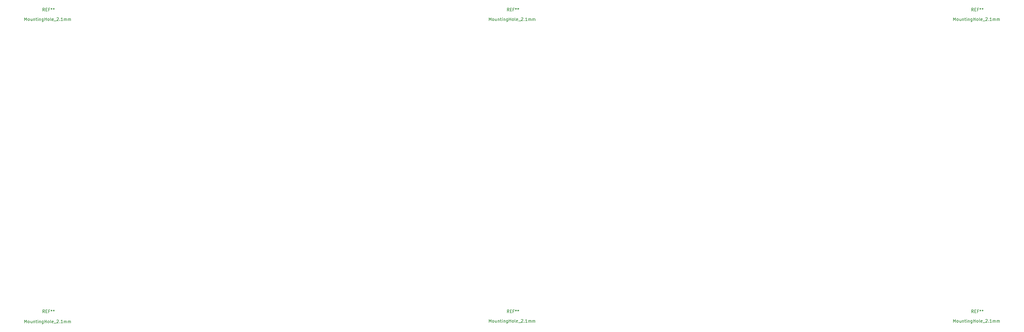
<source format=gbr>
G04 #@! TF.GenerationSoftware,KiCad,Pcbnew,(5.1.5)-3*
G04 #@! TF.CreationDate,2020-03-18T20:23:38-05:00*
G04 #@! TF.ProjectId,Advanced-PCB,41647661-6e63-4656-942d-5043422e6b69,rev?*
G04 #@! TF.SameCoordinates,Original*
G04 #@! TF.FileFunction,Other,Fab,Top*
%FSLAX46Y46*%
G04 Gerber Fmt 4.6, Leading zero omitted, Abs format (unit mm)*
G04 Created by KiCad (PCBNEW (5.1.5)-3) date 2020-03-18 20:23:38*
%MOMM*%
%LPD*%
G04 APERTURE LIST*
%ADD10C,0.150000*%
G04 APERTURE END LIST*
D10*
X5184883Y-149033940D02*
X5184883Y-148033940D01*
X5518217Y-148748226D01*
X5851550Y-148033940D01*
X5851550Y-149033940D01*
X6470598Y-149033940D02*
X6375359Y-148986321D01*
X6327740Y-148938702D01*
X6280121Y-148843464D01*
X6280121Y-148557750D01*
X6327740Y-148462512D01*
X6375359Y-148414893D01*
X6470598Y-148367274D01*
X6613455Y-148367274D01*
X6708693Y-148414893D01*
X6756312Y-148462512D01*
X6803931Y-148557750D01*
X6803931Y-148843464D01*
X6756312Y-148938702D01*
X6708693Y-148986321D01*
X6613455Y-149033940D01*
X6470598Y-149033940D01*
X7661074Y-148367274D02*
X7661074Y-149033940D01*
X7232502Y-148367274D02*
X7232502Y-148891083D01*
X7280121Y-148986321D01*
X7375359Y-149033940D01*
X7518217Y-149033940D01*
X7613455Y-148986321D01*
X7661074Y-148938702D01*
X8137264Y-148367274D02*
X8137264Y-149033940D01*
X8137264Y-148462512D02*
X8184883Y-148414893D01*
X8280121Y-148367274D01*
X8422979Y-148367274D01*
X8518217Y-148414893D01*
X8565836Y-148510131D01*
X8565836Y-149033940D01*
X8899169Y-148367274D02*
X9280121Y-148367274D01*
X9042026Y-148033940D02*
X9042026Y-148891083D01*
X9089645Y-148986321D01*
X9184883Y-149033940D01*
X9280121Y-149033940D01*
X9613455Y-149033940D02*
X9613455Y-148367274D01*
X9613455Y-148033940D02*
X9565836Y-148081560D01*
X9613455Y-148129179D01*
X9661074Y-148081560D01*
X9613455Y-148033940D01*
X9613455Y-148129179D01*
X10089645Y-148367274D02*
X10089645Y-149033940D01*
X10089645Y-148462512D02*
X10137264Y-148414893D01*
X10232502Y-148367274D01*
X10375359Y-148367274D01*
X10470598Y-148414893D01*
X10518217Y-148510131D01*
X10518217Y-149033940D01*
X11422979Y-148367274D02*
X11422979Y-149176798D01*
X11375359Y-149272036D01*
X11327740Y-149319655D01*
X11232502Y-149367274D01*
X11089645Y-149367274D01*
X10994407Y-149319655D01*
X11422979Y-148986321D02*
X11327740Y-149033940D01*
X11137264Y-149033940D01*
X11042026Y-148986321D01*
X10994407Y-148938702D01*
X10946788Y-148843464D01*
X10946788Y-148557750D01*
X10994407Y-148462512D01*
X11042026Y-148414893D01*
X11137264Y-148367274D01*
X11327740Y-148367274D01*
X11422979Y-148414893D01*
X11899169Y-149033940D02*
X11899169Y-148033940D01*
X11899169Y-148510131D02*
X12470598Y-148510131D01*
X12470598Y-149033940D02*
X12470598Y-148033940D01*
X13089645Y-149033940D02*
X12994407Y-148986321D01*
X12946788Y-148938702D01*
X12899169Y-148843464D01*
X12899169Y-148557750D01*
X12946788Y-148462512D01*
X12994407Y-148414893D01*
X13089645Y-148367274D01*
X13232502Y-148367274D01*
X13327740Y-148414893D01*
X13375359Y-148462512D01*
X13422979Y-148557750D01*
X13422979Y-148843464D01*
X13375359Y-148938702D01*
X13327740Y-148986321D01*
X13232502Y-149033940D01*
X13089645Y-149033940D01*
X13994407Y-149033940D02*
X13899169Y-148986321D01*
X13851550Y-148891083D01*
X13851550Y-148033940D01*
X14756312Y-148986321D02*
X14661074Y-149033940D01*
X14470598Y-149033940D01*
X14375359Y-148986321D01*
X14327740Y-148891083D01*
X14327740Y-148510131D01*
X14375359Y-148414893D01*
X14470598Y-148367274D01*
X14661074Y-148367274D01*
X14756312Y-148414893D01*
X14803931Y-148510131D01*
X14803931Y-148605369D01*
X14327740Y-148700607D01*
X14994407Y-149129179D02*
X15756312Y-149129179D01*
X15946788Y-148129179D02*
X15994407Y-148081560D01*
X16089645Y-148033940D01*
X16327740Y-148033940D01*
X16422979Y-148081560D01*
X16470598Y-148129179D01*
X16518217Y-148224417D01*
X16518217Y-148319655D01*
X16470598Y-148462512D01*
X15899169Y-149033940D01*
X16518217Y-149033940D01*
X16946788Y-148938702D02*
X16994407Y-148986321D01*
X16946788Y-149033940D01*
X16899169Y-148986321D01*
X16946788Y-148938702D01*
X16946788Y-149033940D01*
X17946788Y-149033940D02*
X17375359Y-149033940D01*
X17661074Y-149033940D02*
X17661074Y-148033940D01*
X17565836Y-148176798D01*
X17470598Y-148272036D01*
X17375359Y-148319655D01*
X18375359Y-149033940D02*
X18375359Y-148367274D01*
X18375359Y-148462512D02*
X18422979Y-148414893D01*
X18518217Y-148367274D01*
X18661074Y-148367274D01*
X18756312Y-148414893D01*
X18803931Y-148510131D01*
X18803931Y-149033940D01*
X18803931Y-148510131D02*
X18851550Y-148414893D01*
X18946788Y-148367274D01*
X19089645Y-148367274D01*
X19184883Y-148414893D01*
X19232502Y-148510131D01*
X19232502Y-149033940D01*
X19708693Y-149033940D02*
X19708693Y-148367274D01*
X19708693Y-148462512D02*
X19756312Y-148414893D01*
X19851550Y-148367274D01*
X19994407Y-148367274D01*
X20089645Y-148414893D01*
X20137264Y-148510131D01*
X20137264Y-149033940D01*
X20137264Y-148510131D02*
X20184883Y-148414893D01*
X20280121Y-148367274D01*
X20422979Y-148367274D01*
X20518217Y-148414893D01*
X20565836Y-148510131D01*
X20565836Y-149033940D01*
X11859646Y-145639120D02*
X11526313Y-145162930D01*
X11288218Y-145639120D02*
X11288218Y-144639120D01*
X11669170Y-144639120D01*
X11764408Y-144686740D01*
X11812027Y-144734359D01*
X11859646Y-144829597D01*
X11859646Y-144972454D01*
X11812027Y-145067692D01*
X11764408Y-145115311D01*
X11669170Y-145162930D01*
X11288218Y-145162930D01*
X12288218Y-145115311D02*
X12621551Y-145115311D01*
X12764408Y-145639120D02*
X12288218Y-145639120D01*
X12288218Y-144639120D01*
X12764408Y-144639120D01*
X13526313Y-145115311D02*
X13192980Y-145115311D01*
X13192980Y-145639120D02*
X13192980Y-144639120D01*
X13669170Y-144639120D01*
X14192980Y-144639120D02*
X14192980Y-144877216D01*
X13954884Y-144781978D02*
X14192980Y-144877216D01*
X14431075Y-144781978D01*
X14050122Y-145067692D02*
X14192980Y-144877216D01*
X14335837Y-145067692D01*
X14954884Y-144639120D02*
X14954884Y-144877216D01*
X14716789Y-144781978D02*
X14954884Y-144877216D01*
X15192980Y-144781978D01*
X14812027Y-145067692D02*
X14954884Y-144877216D01*
X15097741Y-145067692D01*
X160602243Y-47597260D02*
X160602243Y-46597260D01*
X160935577Y-47311546D01*
X161268910Y-46597260D01*
X161268910Y-47597260D01*
X161887958Y-47597260D02*
X161792720Y-47549641D01*
X161745100Y-47502022D01*
X161697481Y-47406784D01*
X161697481Y-47121070D01*
X161745100Y-47025832D01*
X161792720Y-46978213D01*
X161887958Y-46930594D01*
X162030815Y-46930594D01*
X162126053Y-46978213D01*
X162173672Y-47025832D01*
X162221291Y-47121070D01*
X162221291Y-47406784D01*
X162173672Y-47502022D01*
X162126053Y-47549641D01*
X162030815Y-47597260D01*
X161887958Y-47597260D01*
X163078434Y-46930594D02*
X163078434Y-47597260D01*
X162649862Y-46930594D02*
X162649862Y-47454403D01*
X162697481Y-47549641D01*
X162792720Y-47597260D01*
X162935577Y-47597260D01*
X163030815Y-47549641D01*
X163078434Y-47502022D01*
X163554624Y-46930594D02*
X163554624Y-47597260D01*
X163554624Y-47025832D02*
X163602243Y-46978213D01*
X163697481Y-46930594D01*
X163840339Y-46930594D01*
X163935577Y-46978213D01*
X163983196Y-47073451D01*
X163983196Y-47597260D01*
X164316529Y-46930594D02*
X164697481Y-46930594D01*
X164459386Y-46597260D02*
X164459386Y-47454403D01*
X164507005Y-47549641D01*
X164602243Y-47597260D01*
X164697481Y-47597260D01*
X165030815Y-47597260D02*
X165030815Y-46930594D01*
X165030815Y-46597260D02*
X164983196Y-46644880D01*
X165030815Y-46692499D01*
X165078434Y-46644880D01*
X165030815Y-46597260D01*
X165030815Y-46692499D01*
X165507005Y-46930594D02*
X165507005Y-47597260D01*
X165507005Y-47025832D02*
X165554624Y-46978213D01*
X165649862Y-46930594D01*
X165792720Y-46930594D01*
X165887958Y-46978213D01*
X165935577Y-47073451D01*
X165935577Y-47597260D01*
X166840339Y-46930594D02*
X166840339Y-47740118D01*
X166792720Y-47835356D01*
X166745100Y-47882975D01*
X166649862Y-47930594D01*
X166507005Y-47930594D01*
X166411767Y-47882975D01*
X166840339Y-47549641D02*
X166745100Y-47597260D01*
X166554624Y-47597260D01*
X166459386Y-47549641D01*
X166411767Y-47502022D01*
X166364148Y-47406784D01*
X166364148Y-47121070D01*
X166411767Y-47025832D01*
X166459386Y-46978213D01*
X166554624Y-46930594D01*
X166745100Y-46930594D01*
X166840339Y-46978213D01*
X167316529Y-47597260D02*
X167316529Y-46597260D01*
X167316529Y-47073451D02*
X167887958Y-47073451D01*
X167887958Y-47597260D02*
X167887958Y-46597260D01*
X168507005Y-47597260D02*
X168411767Y-47549641D01*
X168364148Y-47502022D01*
X168316529Y-47406784D01*
X168316529Y-47121070D01*
X168364148Y-47025832D01*
X168411767Y-46978213D01*
X168507005Y-46930594D01*
X168649862Y-46930594D01*
X168745100Y-46978213D01*
X168792720Y-47025832D01*
X168840339Y-47121070D01*
X168840339Y-47406784D01*
X168792720Y-47502022D01*
X168745100Y-47549641D01*
X168649862Y-47597260D01*
X168507005Y-47597260D01*
X169411767Y-47597260D02*
X169316529Y-47549641D01*
X169268910Y-47454403D01*
X169268910Y-46597260D01*
X170173672Y-47549641D02*
X170078434Y-47597260D01*
X169887958Y-47597260D01*
X169792720Y-47549641D01*
X169745100Y-47454403D01*
X169745100Y-47073451D01*
X169792720Y-46978213D01*
X169887958Y-46930594D01*
X170078434Y-46930594D01*
X170173672Y-46978213D01*
X170221291Y-47073451D01*
X170221291Y-47168689D01*
X169745100Y-47263927D01*
X170411767Y-47692499D02*
X171173672Y-47692499D01*
X171364148Y-46692499D02*
X171411767Y-46644880D01*
X171507005Y-46597260D01*
X171745100Y-46597260D01*
X171840339Y-46644880D01*
X171887958Y-46692499D01*
X171935577Y-46787737D01*
X171935577Y-46882975D01*
X171887958Y-47025832D01*
X171316529Y-47597260D01*
X171935577Y-47597260D01*
X172364148Y-47502022D02*
X172411767Y-47549641D01*
X172364148Y-47597260D01*
X172316529Y-47549641D01*
X172364148Y-47502022D01*
X172364148Y-47597260D01*
X173364148Y-47597260D02*
X172792720Y-47597260D01*
X173078434Y-47597260D02*
X173078434Y-46597260D01*
X172983196Y-46740118D01*
X172887958Y-46835356D01*
X172792720Y-46882975D01*
X173792720Y-47597260D02*
X173792720Y-46930594D01*
X173792720Y-47025832D02*
X173840339Y-46978213D01*
X173935577Y-46930594D01*
X174078434Y-46930594D01*
X174173672Y-46978213D01*
X174221291Y-47073451D01*
X174221291Y-47597260D01*
X174221291Y-47073451D02*
X174268910Y-46978213D01*
X174364148Y-46930594D01*
X174507005Y-46930594D01*
X174602243Y-46978213D01*
X174649862Y-47073451D01*
X174649862Y-47597260D01*
X175126053Y-47597260D02*
X175126053Y-46930594D01*
X175126053Y-47025832D02*
X175173672Y-46978213D01*
X175268910Y-46930594D01*
X175411767Y-46930594D01*
X175507005Y-46978213D01*
X175554624Y-47073451D01*
X175554624Y-47597260D01*
X175554624Y-47073451D02*
X175602243Y-46978213D01*
X175697481Y-46930594D01*
X175840339Y-46930594D01*
X175935577Y-46978213D01*
X175983196Y-47073451D01*
X175983196Y-47597260D01*
X167259386Y-44397260D02*
X166926053Y-43921070D01*
X166687958Y-44397260D02*
X166687958Y-43397260D01*
X167068910Y-43397260D01*
X167164148Y-43444880D01*
X167211767Y-43492499D01*
X167259386Y-43587737D01*
X167259386Y-43730594D01*
X167211767Y-43825832D01*
X167164148Y-43873451D01*
X167068910Y-43921070D01*
X166687958Y-43921070D01*
X167687958Y-43873451D02*
X168021291Y-43873451D01*
X168164148Y-44397260D02*
X167687958Y-44397260D01*
X167687958Y-43397260D01*
X168164148Y-43397260D01*
X168926053Y-43873451D02*
X168592720Y-43873451D01*
X168592720Y-44397260D02*
X168592720Y-43397260D01*
X169068910Y-43397260D01*
X169592720Y-43397260D02*
X169592720Y-43635356D01*
X169354624Y-43540118D02*
X169592720Y-43635356D01*
X169830815Y-43540118D01*
X169449862Y-43825832D02*
X169592720Y-43635356D01*
X169735577Y-43825832D01*
X170354624Y-43397260D02*
X170354624Y-43635356D01*
X170116529Y-43540118D02*
X170354624Y-43635356D01*
X170592720Y-43540118D01*
X170211767Y-43825832D02*
X170354624Y-43635356D01*
X170497481Y-43825832D01*
X160597163Y-148839120D02*
X160597163Y-147839120D01*
X160930497Y-148553406D01*
X161263830Y-147839120D01*
X161263830Y-148839120D01*
X161882878Y-148839120D02*
X161787640Y-148791501D01*
X161740020Y-148743882D01*
X161692401Y-148648644D01*
X161692401Y-148362930D01*
X161740020Y-148267692D01*
X161787640Y-148220073D01*
X161882878Y-148172454D01*
X162025735Y-148172454D01*
X162120973Y-148220073D01*
X162168592Y-148267692D01*
X162216211Y-148362930D01*
X162216211Y-148648644D01*
X162168592Y-148743882D01*
X162120973Y-148791501D01*
X162025735Y-148839120D01*
X161882878Y-148839120D01*
X163073354Y-148172454D02*
X163073354Y-148839120D01*
X162644782Y-148172454D02*
X162644782Y-148696263D01*
X162692401Y-148791501D01*
X162787640Y-148839120D01*
X162930497Y-148839120D01*
X163025735Y-148791501D01*
X163073354Y-148743882D01*
X163549544Y-148172454D02*
X163549544Y-148839120D01*
X163549544Y-148267692D02*
X163597163Y-148220073D01*
X163692401Y-148172454D01*
X163835259Y-148172454D01*
X163930497Y-148220073D01*
X163978116Y-148315311D01*
X163978116Y-148839120D01*
X164311449Y-148172454D02*
X164692401Y-148172454D01*
X164454306Y-147839120D02*
X164454306Y-148696263D01*
X164501925Y-148791501D01*
X164597163Y-148839120D01*
X164692401Y-148839120D01*
X165025735Y-148839120D02*
X165025735Y-148172454D01*
X165025735Y-147839120D02*
X164978116Y-147886740D01*
X165025735Y-147934359D01*
X165073354Y-147886740D01*
X165025735Y-147839120D01*
X165025735Y-147934359D01*
X165501925Y-148172454D02*
X165501925Y-148839120D01*
X165501925Y-148267692D02*
X165549544Y-148220073D01*
X165644782Y-148172454D01*
X165787640Y-148172454D01*
X165882878Y-148220073D01*
X165930497Y-148315311D01*
X165930497Y-148839120D01*
X166835259Y-148172454D02*
X166835259Y-148981978D01*
X166787640Y-149077216D01*
X166740020Y-149124835D01*
X166644782Y-149172454D01*
X166501925Y-149172454D01*
X166406687Y-149124835D01*
X166835259Y-148791501D02*
X166740020Y-148839120D01*
X166549544Y-148839120D01*
X166454306Y-148791501D01*
X166406687Y-148743882D01*
X166359068Y-148648644D01*
X166359068Y-148362930D01*
X166406687Y-148267692D01*
X166454306Y-148220073D01*
X166549544Y-148172454D01*
X166740020Y-148172454D01*
X166835259Y-148220073D01*
X167311449Y-148839120D02*
X167311449Y-147839120D01*
X167311449Y-148315311D02*
X167882878Y-148315311D01*
X167882878Y-148839120D02*
X167882878Y-147839120D01*
X168501925Y-148839120D02*
X168406687Y-148791501D01*
X168359068Y-148743882D01*
X168311449Y-148648644D01*
X168311449Y-148362930D01*
X168359068Y-148267692D01*
X168406687Y-148220073D01*
X168501925Y-148172454D01*
X168644782Y-148172454D01*
X168740020Y-148220073D01*
X168787640Y-148267692D01*
X168835259Y-148362930D01*
X168835259Y-148648644D01*
X168787640Y-148743882D01*
X168740020Y-148791501D01*
X168644782Y-148839120D01*
X168501925Y-148839120D01*
X169406687Y-148839120D02*
X169311449Y-148791501D01*
X169263830Y-148696263D01*
X169263830Y-147839120D01*
X170168592Y-148791501D02*
X170073354Y-148839120D01*
X169882878Y-148839120D01*
X169787640Y-148791501D01*
X169740020Y-148696263D01*
X169740020Y-148315311D01*
X169787640Y-148220073D01*
X169882878Y-148172454D01*
X170073354Y-148172454D01*
X170168592Y-148220073D01*
X170216211Y-148315311D01*
X170216211Y-148410549D01*
X169740020Y-148505787D01*
X170406687Y-148934359D02*
X171168592Y-148934359D01*
X171359068Y-147934359D02*
X171406687Y-147886740D01*
X171501925Y-147839120D01*
X171740020Y-147839120D01*
X171835259Y-147886740D01*
X171882878Y-147934359D01*
X171930497Y-148029597D01*
X171930497Y-148124835D01*
X171882878Y-148267692D01*
X171311449Y-148839120D01*
X171930497Y-148839120D01*
X172359068Y-148743882D02*
X172406687Y-148791501D01*
X172359068Y-148839120D01*
X172311449Y-148791501D01*
X172359068Y-148743882D01*
X172359068Y-148839120D01*
X173359068Y-148839120D02*
X172787640Y-148839120D01*
X173073354Y-148839120D02*
X173073354Y-147839120D01*
X172978116Y-147981978D01*
X172882878Y-148077216D01*
X172787640Y-148124835D01*
X173787640Y-148839120D02*
X173787640Y-148172454D01*
X173787640Y-148267692D02*
X173835259Y-148220073D01*
X173930497Y-148172454D01*
X174073354Y-148172454D01*
X174168592Y-148220073D01*
X174216211Y-148315311D01*
X174216211Y-148839120D01*
X174216211Y-148315311D02*
X174263830Y-148220073D01*
X174359068Y-148172454D01*
X174501925Y-148172454D01*
X174597163Y-148220073D01*
X174644782Y-148315311D01*
X174644782Y-148839120D01*
X175120973Y-148839120D02*
X175120973Y-148172454D01*
X175120973Y-148267692D02*
X175168592Y-148220073D01*
X175263830Y-148172454D01*
X175406687Y-148172454D01*
X175501925Y-148220073D01*
X175549544Y-148315311D01*
X175549544Y-148839120D01*
X175549544Y-148315311D02*
X175597163Y-148220073D01*
X175692401Y-148172454D01*
X175835259Y-148172454D01*
X175930497Y-148220073D01*
X175978116Y-148315311D01*
X175978116Y-148839120D01*
X167254306Y-145639120D02*
X166920973Y-145162930D01*
X166682878Y-145639120D02*
X166682878Y-144639120D01*
X167063830Y-144639120D01*
X167159068Y-144686740D01*
X167206687Y-144734359D01*
X167254306Y-144829597D01*
X167254306Y-144972454D01*
X167206687Y-145067692D01*
X167159068Y-145115311D01*
X167063830Y-145162930D01*
X166682878Y-145162930D01*
X167682878Y-145115311D02*
X168016211Y-145115311D01*
X168159068Y-145639120D02*
X167682878Y-145639120D01*
X167682878Y-144639120D01*
X168159068Y-144639120D01*
X168920973Y-145115311D02*
X168587640Y-145115311D01*
X168587640Y-145639120D02*
X168587640Y-144639120D01*
X169063830Y-144639120D01*
X169587640Y-144639120D02*
X169587640Y-144877216D01*
X169349544Y-144781978D02*
X169587640Y-144877216D01*
X169825735Y-144781978D01*
X169444782Y-145067692D02*
X169587640Y-144877216D01*
X169730497Y-145067692D01*
X170349544Y-144639120D02*
X170349544Y-144877216D01*
X170111449Y-144781978D02*
X170349544Y-144877216D01*
X170587640Y-144781978D01*
X170206687Y-145067692D02*
X170349544Y-144877216D01*
X170492401Y-145067692D01*
X315999443Y-148846740D02*
X315999443Y-147846740D01*
X316332777Y-148561026D01*
X316666110Y-147846740D01*
X316666110Y-148846740D01*
X317285158Y-148846740D02*
X317189920Y-148799121D01*
X317142300Y-148751502D01*
X317094681Y-148656264D01*
X317094681Y-148370550D01*
X317142300Y-148275312D01*
X317189920Y-148227693D01*
X317285158Y-148180074D01*
X317428015Y-148180074D01*
X317523253Y-148227693D01*
X317570872Y-148275312D01*
X317618491Y-148370550D01*
X317618491Y-148656264D01*
X317570872Y-148751502D01*
X317523253Y-148799121D01*
X317428015Y-148846740D01*
X317285158Y-148846740D01*
X318475634Y-148180074D02*
X318475634Y-148846740D01*
X318047062Y-148180074D02*
X318047062Y-148703883D01*
X318094681Y-148799121D01*
X318189920Y-148846740D01*
X318332777Y-148846740D01*
X318428015Y-148799121D01*
X318475634Y-148751502D01*
X318951824Y-148180074D02*
X318951824Y-148846740D01*
X318951824Y-148275312D02*
X318999443Y-148227693D01*
X319094681Y-148180074D01*
X319237539Y-148180074D01*
X319332777Y-148227693D01*
X319380396Y-148322931D01*
X319380396Y-148846740D01*
X319713729Y-148180074D02*
X320094681Y-148180074D01*
X319856586Y-147846740D02*
X319856586Y-148703883D01*
X319904205Y-148799121D01*
X319999443Y-148846740D01*
X320094681Y-148846740D01*
X320428015Y-148846740D02*
X320428015Y-148180074D01*
X320428015Y-147846740D02*
X320380396Y-147894360D01*
X320428015Y-147941979D01*
X320475634Y-147894360D01*
X320428015Y-147846740D01*
X320428015Y-147941979D01*
X320904205Y-148180074D02*
X320904205Y-148846740D01*
X320904205Y-148275312D02*
X320951824Y-148227693D01*
X321047062Y-148180074D01*
X321189920Y-148180074D01*
X321285158Y-148227693D01*
X321332777Y-148322931D01*
X321332777Y-148846740D01*
X322237539Y-148180074D02*
X322237539Y-148989598D01*
X322189920Y-149084836D01*
X322142300Y-149132455D01*
X322047062Y-149180074D01*
X321904205Y-149180074D01*
X321808967Y-149132455D01*
X322237539Y-148799121D02*
X322142300Y-148846740D01*
X321951824Y-148846740D01*
X321856586Y-148799121D01*
X321808967Y-148751502D01*
X321761348Y-148656264D01*
X321761348Y-148370550D01*
X321808967Y-148275312D01*
X321856586Y-148227693D01*
X321951824Y-148180074D01*
X322142300Y-148180074D01*
X322237539Y-148227693D01*
X322713729Y-148846740D02*
X322713729Y-147846740D01*
X322713729Y-148322931D02*
X323285158Y-148322931D01*
X323285158Y-148846740D02*
X323285158Y-147846740D01*
X323904205Y-148846740D02*
X323808967Y-148799121D01*
X323761348Y-148751502D01*
X323713729Y-148656264D01*
X323713729Y-148370550D01*
X323761348Y-148275312D01*
X323808967Y-148227693D01*
X323904205Y-148180074D01*
X324047062Y-148180074D01*
X324142300Y-148227693D01*
X324189920Y-148275312D01*
X324237539Y-148370550D01*
X324237539Y-148656264D01*
X324189920Y-148751502D01*
X324142300Y-148799121D01*
X324047062Y-148846740D01*
X323904205Y-148846740D01*
X324808967Y-148846740D02*
X324713729Y-148799121D01*
X324666110Y-148703883D01*
X324666110Y-147846740D01*
X325570872Y-148799121D02*
X325475634Y-148846740D01*
X325285158Y-148846740D01*
X325189920Y-148799121D01*
X325142300Y-148703883D01*
X325142300Y-148322931D01*
X325189920Y-148227693D01*
X325285158Y-148180074D01*
X325475634Y-148180074D01*
X325570872Y-148227693D01*
X325618491Y-148322931D01*
X325618491Y-148418169D01*
X325142300Y-148513407D01*
X325808967Y-148941979D02*
X326570872Y-148941979D01*
X326761348Y-147941979D02*
X326808967Y-147894360D01*
X326904205Y-147846740D01*
X327142300Y-147846740D01*
X327237539Y-147894360D01*
X327285158Y-147941979D01*
X327332777Y-148037217D01*
X327332777Y-148132455D01*
X327285158Y-148275312D01*
X326713729Y-148846740D01*
X327332777Y-148846740D01*
X327761348Y-148751502D02*
X327808967Y-148799121D01*
X327761348Y-148846740D01*
X327713729Y-148799121D01*
X327761348Y-148751502D01*
X327761348Y-148846740D01*
X328761348Y-148846740D02*
X328189920Y-148846740D01*
X328475634Y-148846740D02*
X328475634Y-147846740D01*
X328380396Y-147989598D01*
X328285158Y-148084836D01*
X328189920Y-148132455D01*
X329189920Y-148846740D02*
X329189920Y-148180074D01*
X329189920Y-148275312D02*
X329237539Y-148227693D01*
X329332777Y-148180074D01*
X329475634Y-148180074D01*
X329570872Y-148227693D01*
X329618491Y-148322931D01*
X329618491Y-148846740D01*
X329618491Y-148322931D02*
X329666110Y-148227693D01*
X329761348Y-148180074D01*
X329904205Y-148180074D01*
X329999443Y-148227693D01*
X330047062Y-148322931D01*
X330047062Y-148846740D01*
X330523253Y-148846740D02*
X330523253Y-148180074D01*
X330523253Y-148275312D02*
X330570872Y-148227693D01*
X330666110Y-148180074D01*
X330808967Y-148180074D01*
X330904205Y-148227693D01*
X330951824Y-148322931D01*
X330951824Y-148846740D01*
X330951824Y-148322931D02*
X330999443Y-148227693D01*
X331094681Y-148180074D01*
X331237539Y-148180074D01*
X331332777Y-148227693D01*
X331380396Y-148322931D01*
X331380396Y-148846740D01*
X322656586Y-145646740D02*
X322323253Y-145170550D01*
X322085158Y-145646740D02*
X322085158Y-144646740D01*
X322466110Y-144646740D01*
X322561348Y-144694360D01*
X322608967Y-144741979D01*
X322656586Y-144837217D01*
X322656586Y-144980074D01*
X322608967Y-145075312D01*
X322561348Y-145122931D01*
X322466110Y-145170550D01*
X322085158Y-145170550D01*
X323085158Y-145122931D02*
X323418491Y-145122931D01*
X323561348Y-145646740D02*
X323085158Y-145646740D01*
X323085158Y-144646740D01*
X323561348Y-144646740D01*
X324323253Y-145122931D02*
X323989920Y-145122931D01*
X323989920Y-145646740D02*
X323989920Y-144646740D01*
X324466110Y-144646740D01*
X324989920Y-144646740D02*
X324989920Y-144884836D01*
X324751824Y-144789598D02*
X324989920Y-144884836D01*
X325228015Y-144789598D01*
X324847062Y-145075312D02*
X324989920Y-144884836D01*
X325132777Y-145075312D01*
X325751824Y-144646740D02*
X325751824Y-144884836D01*
X325513729Y-144789598D02*
X325751824Y-144884836D01*
X325989920Y-144789598D01*
X325608967Y-145075312D02*
X325751824Y-144884836D01*
X325894681Y-145075312D01*
X315996903Y-47589640D02*
X315996903Y-46589640D01*
X316330237Y-47303926D01*
X316663570Y-46589640D01*
X316663570Y-47589640D01*
X317282618Y-47589640D02*
X317187380Y-47542021D01*
X317139760Y-47494402D01*
X317092141Y-47399164D01*
X317092141Y-47113450D01*
X317139760Y-47018212D01*
X317187380Y-46970593D01*
X317282618Y-46922974D01*
X317425475Y-46922974D01*
X317520713Y-46970593D01*
X317568332Y-47018212D01*
X317615951Y-47113450D01*
X317615951Y-47399164D01*
X317568332Y-47494402D01*
X317520713Y-47542021D01*
X317425475Y-47589640D01*
X317282618Y-47589640D01*
X318473094Y-46922974D02*
X318473094Y-47589640D01*
X318044522Y-46922974D02*
X318044522Y-47446783D01*
X318092141Y-47542021D01*
X318187380Y-47589640D01*
X318330237Y-47589640D01*
X318425475Y-47542021D01*
X318473094Y-47494402D01*
X318949284Y-46922974D02*
X318949284Y-47589640D01*
X318949284Y-47018212D02*
X318996903Y-46970593D01*
X319092141Y-46922974D01*
X319234999Y-46922974D01*
X319330237Y-46970593D01*
X319377856Y-47065831D01*
X319377856Y-47589640D01*
X319711189Y-46922974D02*
X320092141Y-46922974D01*
X319854046Y-46589640D02*
X319854046Y-47446783D01*
X319901665Y-47542021D01*
X319996903Y-47589640D01*
X320092141Y-47589640D01*
X320425475Y-47589640D02*
X320425475Y-46922974D01*
X320425475Y-46589640D02*
X320377856Y-46637260D01*
X320425475Y-46684879D01*
X320473094Y-46637260D01*
X320425475Y-46589640D01*
X320425475Y-46684879D01*
X320901665Y-46922974D02*
X320901665Y-47589640D01*
X320901665Y-47018212D02*
X320949284Y-46970593D01*
X321044522Y-46922974D01*
X321187380Y-46922974D01*
X321282618Y-46970593D01*
X321330237Y-47065831D01*
X321330237Y-47589640D01*
X322234999Y-46922974D02*
X322234999Y-47732498D01*
X322187380Y-47827736D01*
X322139760Y-47875355D01*
X322044522Y-47922974D01*
X321901665Y-47922974D01*
X321806427Y-47875355D01*
X322234999Y-47542021D02*
X322139760Y-47589640D01*
X321949284Y-47589640D01*
X321854046Y-47542021D01*
X321806427Y-47494402D01*
X321758808Y-47399164D01*
X321758808Y-47113450D01*
X321806427Y-47018212D01*
X321854046Y-46970593D01*
X321949284Y-46922974D01*
X322139760Y-46922974D01*
X322234999Y-46970593D01*
X322711189Y-47589640D02*
X322711189Y-46589640D01*
X322711189Y-47065831D02*
X323282618Y-47065831D01*
X323282618Y-47589640D02*
X323282618Y-46589640D01*
X323901665Y-47589640D02*
X323806427Y-47542021D01*
X323758808Y-47494402D01*
X323711189Y-47399164D01*
X323711189Y-47113450D01*
X323758808Y-47018212D01*
X323806427Y-46970593D01*
X323901665Y-46922974D01*
X324044522Y-46922974D01*
X324139760Y-46970593D01*
X324187380Y-47018212D01*
X324234999Y-47113450D01*
X324234999Y-47399164D01*
X324187380Y-47494402D01*
X324139760Y-47542021D01*
X324044522Y-47589640D01*
X323901665Y-47589640D01*
X324806427Y-47589640D02*
X324711189Y-47542021D01*
X324663570Y-47446783D01*
X324663570Y-46589640D01*
X325568332Y-47542021D02*
X325473094Y-47589640D01*
X325282618Y-47589640D01*
X325187380Y-47542021D01*
X325139760Y-47446783D01*
X325139760Y-47065831D01*
X325187380Y-46970593D01*
X325282618Y-46922974D01*
X325473094Y-46922974D01*
X325568332Y-46970593D01*
X325615951Y-47065831D01*
X325615951Y-47161069D01*
X325139760Y-47256307D01*
X325806427Y-47684879D02*
X326568332Y-47684879D01*
X326758808Y-46684879D02*
X326806427Y-46637260D01*
X326901665Y-46589640D01*
X327139760Y-46589640D01*
X327234999Y-46637260D01*
X327282618Y-46684879D01*
X327330237Y-46780117D01*
X327330237Y-46875355D01*
X327282618Y-47018212D01*
X326711189Y-47589640D01*
X327330237Y-47589640D01*
X327758808Y-47494402D02*
X327806427Y-47542021D01*
X327758808Y-47589640D01*
X327711189Y-47542021D01*
X327758808Y-47494402D01*
X327758808Y-47589640D01*
X328758808Y-47589640D02*
X328187380Y-47589640D01*
X328473094Y-47589640D02*
X328473094Y-46589640D01*
X328377856Y-46732498D01*
X328282618Y-46827736D01*
X328187380Y-46875355D01*
X329187380Y-47589640D02*
X329187380Y-46922974D01*
X329187380Y-47018212D02*
X329234999Y-46970593D01*
X329330237Y-46922974D01*
X329473094Y-46922974D01*
X329568332Y-46970593D01*
X329615951Y-47065831D01*
X329615951Y-47589640D01*
X329615951Y-47065831D02*
X329663570Y-46970593D01*
X329758808Y-46922974D01*
X329901665Y-46922974D01*
X329996903Y-46970593D01*
X330044522Y-47065831D01*
X330044522Y-47589640D01*
X330520713Y-47589640D02*
X330520713Y-46922974D01*
X330520713Y-47018212D02*
X330568332Y-46970593D01*
X330663570Y-46922974D01*
X330806427Y-46922974D01*
X330901665Y-46970593D01*
X330949284Y-47065831D01*
X330949284Y-47589640D01*
X330949284Y-47065831D02*
X330996903Y-46970593D01*
X331092141Y-46922974D01*
X331234999Y-46922974D01*
X331330237Y-46970593D01*
X331377856Y-47065831D01*
X331377856Y-47589640D01*
X322654046Y-44389640D02*
X322320713Y-43913450D01*
X322082618Y-44389640D02*
X322082618Y-43389640D01*
X322463570Y-43389640D01*
X322558808Y-43437260D01*
X322606427Y-43484879D01*
X322654046Y-43580117D01*
X322654046Y-43722974D01*
X322606427Y-43818212D01*
X322558808Y-43865831D01*
X322463570Y-43913450D01*
X322082618Y-43913450D01*
X323082618Y-43865831D02*
X323415951Y-43865831D01*
X323558808Y-44389640D02*
X323082618Y-44389640D01*
X323082618Y-43389640D01*
X323558808Y-43389640D01*
X324320713Y-43865831D02*
X323987380Y-43865831D01*
X323987380Y-44389640D02*
X323987380Y-43389640D01*
X324463570Y-43389640D01*
X324987380Y-43389640D02*
X324987380Y-43627736D01*
X324749284Y-43532498D02*
X324987380Y-43627736D01*
X325225475Y-43532498D01*
X324844522Y-43818212D02*
X324987380Y-43627736D01*
X325130237Y-43818212D01*
X325749284Y-43389640D02*
X325749284Y-43627736D01*
X325511189Y-43532498D02*
X325749284Y-43627736D01*
X325987380Y-43532498D01*
X325606427Y-43818212D02*
X325749284Y-43627736D01*
X325892141Y-43818212D01*
X5202503Y-47582020D02*
X5202503Y-46582020D01*
X5535837Y-47296306D01*
X5869170Y-46582020D01*
X5869170Y-47582020D01*
X6488218Y-47582020D02*
X6392979Y-47534401D01*
X6345360Y-47486782D01*
X6297741Y-47391544D01*
X6297741Y-47105830D01*
X6345360Y-47010592D01*
X6392979Y-46962973D01*
X6488218Y-46915354D01*
X6631075Y-46915354D01*
X6726313Y-46962973D01*
X6773932Y-47010592D01*
X6821551Y-47105830D01*
X6821551Y-47391544D01*
X6773932Y-47486782D01*
X6726313Y-47534401D01*
X6631075Y-47582020D01*
X6488218Y-47582020D01*
X7678694Y-46915354D02*
X7678694Y-47582020D01*
X7250122Y-46915354D02*
X7250122Y-47439163D01*
X7297741Y-47534401D01*
X7392979Y-47582020D01*
X7535837Y-47582020D01*
X7631075Y-47534401D01*
X7678694Y-47486782D01*
X8154884Y-46915354D02*
X8154884Y-47582020D01*
X8154884Y-47010592D02*
X8202503Y-46962973D01*
X8297741Y-46915354D01*
X8440599Y-46915354D01*
X8535837Y-46962973D01*
X8583456Y-47058211D01*
X8583456Y-47582020D01*
X8916789Y-46915354D02*
X9297741Y-46915354D01*
X9059646Y-46582020D02*
X9059646Y-47439163D01*
X9107265Y-47534401D01*
X9202503Y-47582020D01*
X9297741Y-47582020D01*
X9631075Y-47582020D02*
X9631075Y-46915354D01*
X9631075Y-46582020D02*
X9583456Y-46629640D01*
X9631075Y-46677259D01*
X9678694Y-46629640D01*
X9631075Y-46582020D01*
X9631075Y-46677259D01*
X10107265Y-46915354D02*
X10107265Y-47582020D01*
X10107265Y-47010592D02*
X10154884Y-46962973D01*
X10250122Y-46915354D01*
X10392979Y-46915354D01*
X10488218Y-46962973D01*
X10535837Y-47058211D01*
X10535837Y-47582020D01*
X11440599Y-46915354D02*
X11440599Y-47724878D01*
X11392979Y-47820116D01*
X11345360Y-47867735D01*
X11250122Y-47915354D01*
X11107265Y-47915354D01*
X11012027Y-47867735D01*
X11440599Y-47534401D02*
X11345360Y-47582020D01*
X11154884Y-47582020D01*
X11059646Y-47534401D01*
X11012027Y-47486782D01*
X10964408Y-47391544D01*
X10964408Y-47105830D01*
X11012027Y-47010592D01*
X11059646Y-46962973D01*
X11154884Y-46915354D01*
X11345360Y-46915354D01*
X11440599Y-46962973D01*
X11916789Y-47582020D02*
X11916789Y-46582020D01*
X11916789Y-47058211D02*
X12488218Y-47058211D01*
X12488218Y-47582020D02*
X12488218Y-46582020D01*
X13107265Y-47582020D02*
X13012027Y-47534401D01*
X12964408Y-47486782D01*
X12916789Y-47391544D01*
X12916789Y-47105830D01*
X12964408Y-47010592D01*
X13012027Y-46962973D01*
X13107265Y-46915354D01*
X13250122Y-46915354D01*
X13345360Y-46962973D01*
X13392979Y-47010592D01*
X13440599Y-47105830D01*
X13440599Y-47391544D01*
X13392979Y-47486782D01*
X13345360Y-47534401D01*
X13250122Y-47582020D01*
X13107265Y-47582020D01*
X14012027Y-47582020D02*
X13916789Y-47534401D01*
X13869170Y-47439163D01*
X13869170Y-46582020D01*
X14773932Y-47534401D02*
X14678694Y-47582020D01*
X14488218Y-47582020D01*
X14392979Y-47534401D01*
X14345360Y-47439163D01*
X14345360Y-47058211D01*
X14392979Y-46962973D01*
X14488218Y-46915354D01*
X14678694Y-46915354D01*
X14773932Y-46962973D01*
X14821551Y-47058211D01*
X14821551Y-47153449D01*
X14345360Y-47248687D01*
X15012027Y-47677259D02*
X15773932Y-47677259D01*
X15964408Y-46677259D02*
X16012027Y-46629640D01*
X16107265Y-46582020D01*
X16345360Y-46582020D01*
X16440599Y-46629640D01*
X16488218Y-46677259D01*
X16535837Y-46772497D01*
X16535837Y-46867735D01*
X16488218Y-47010592D01*
X15916789Y-47582020D01*
X16535837Y-47582020D01*
X16964408Y-47486782D02*
X17012027Y-47534401D01*
X16964408Y-47582020D01*
X16916789Y-47534401D01*
X16964408Y-47486782D01*
X16964408Y-47582020D01*
X17964408Y-47582020D02*
X17392979Y-47582020D01*
X17678694Y-47582020D02*
X17678694Y-46582020D01*
X17583456Y-46724878D01*
X17488218Y-46820116D01*
X17392979Y-46867735D01*
X18392979Y-47582020D02*
X18392979Y-46915354D01*
X18392979Y-47010592D02*
X18440599Y-46962973D01*
X18535837Y-46915354D01*
X18678694Y-46915354D01*
X18773932Y-46962973D01*
X18821551Y-47058211D01*
X18821551Y-47582020D01*
X18821551Y-47058211D02*
X18869170Y-46962973D01*
X18964408Y-46915354D01*
X19107265Y-46915354D01*
X19202503Y-46962973D01*
X19250122Y-47058211D01*
X19250122Y-47582020D01*
X19726313Y-47582020D02*
X19726313Y-46915354D01*
X19726313Y-47010592D02*
X19773932Y-46962973D01*
X19869170Y-46915354D01*
X20012027Y-46915354D01*
X20107265Y-46962973D01*
X20154884Y-47058211D01*
X20154884Y-47582020D01*
X20154884Y-47058211D02*
X20202503Y-46962973D01*
X20297741Y-46915354D01*
X20440599Y-46915354D01*
X20535837Y-46962973D01*
X20583456Y-47058211D01*
X20583456Y-47582020D01*
X11859646Y-44382020D02*
X11526313Y-43905830D01*
X11288218Y-44382020D02*
X11288218Y-43382020D01*
X11669170Y-43382020D01*
X11764408Y-43429640D01*
X11812027Y-43477259D01*
X11859646Y-43572497D01*
X11859646Y-43715354D01*
X11812027Y-43810592D01*
X11764408Y-43858211D01*
X11669170Y-43905830D01*
X11288218Y-43905830D01*
X12288218Y-43858211D02*
X12621551Y-43858211D01*
X12764408Y-44382020D02*
X12288218Y-44382020D01*
X12288218Y-43382020D01*
X12764408Y-43382020D01*
X13526313Y-43858211D02*
X13192980Y-43858211D01*
X13192980Y-44382020D02*
X13192980Y-43382020D01*
X13669170Y-43382020D01*
X14192980Y-43382020D02*
X14192980Y-43620116D01*
X13954884Y-43524878D02*
X14192980Y-43620116D01*
X14431075Y-43524878D01*
X14050122Y-43810592D02*
X14192980Y-43620116D01*
X14335837Y-43810592D01*
X14954884Y-43382020D02*
X14954884Y-43620116D01*
X14716789Y-43524878D02*
X14954884Y-43620116D01*
X15192980Y-43524878D01*
X14812027Y-43810592D02*
X14954884Y-43620116D01*
X15097741Y-43810592D01*
M02*

</source>
